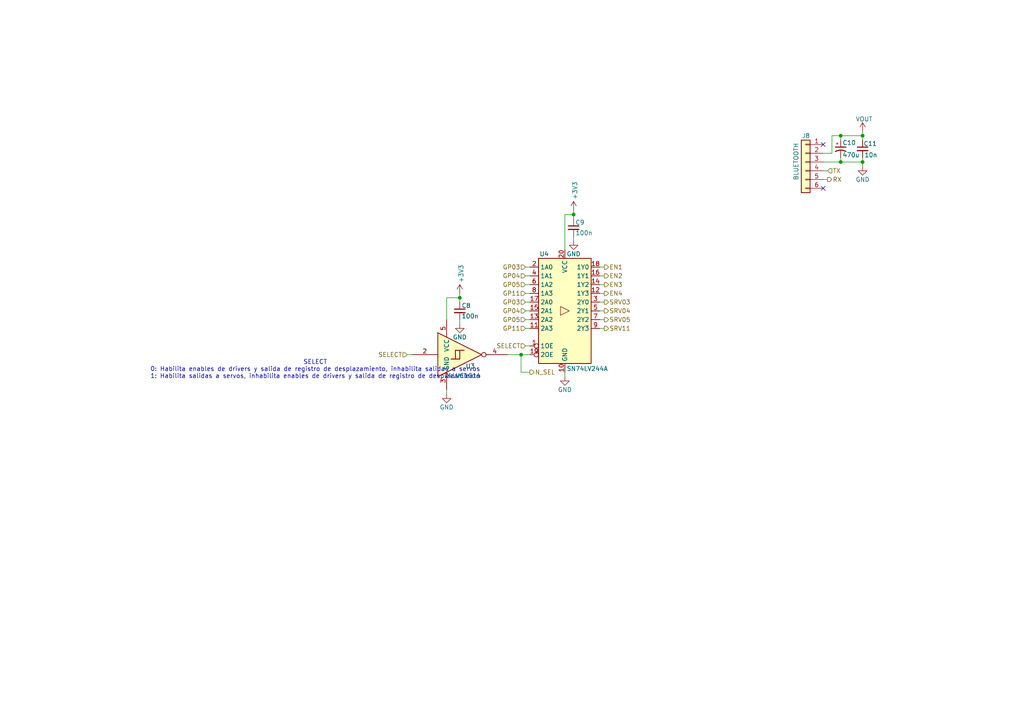
<source format=kicad_sch>
(kicad_sch (version 20231120) (generator "eeschema") (generator_version "8.0")
  (paper "A4")
  (title_block (title "Archi Bot") (date "2024-07-18") (rev "1.1"))
  (lib_symbols
    (symbol "74xGxx:74LVC1G14"
      (property "Reference" "U" (at 0 3.81 0))
      (property "Value" "74LVC1G14" (at 0 -3.81 0))
      (symbol "74LVC1G14_0_1"
        (polyline (pts (xy -7.62 6.35) (xy -7.62 -6.35) (xy 5.08 0) (xy -7.62 6.35)) (stroke (width 0.254)) (fill (type background)))
      )
      (symbol "74LVC1G14_1_1"
        (polyline (pts (xy -3.81 -1.27) (xy -1.27 -1.27) (xy -1.27 1.27)) (stroke (width 0.254)))
        (polyline (pts (xy -2.54 -1.27) (xy -2.54 1.27) (xy 0 1.27)) (stroke (width 0.254)))
        (pin no_connect line (at -7.62 5.08 180) (length 5.08) hide (name "NC") (number "1"))
        (pin input line (at -15.24 0 0) (length 7.62) (name "~") (number "2"))
        (pin power_in line (at -5.08 -10.16 90) (length 5.08) (name "GND") (number "3"))
        (pin output inverted (at 12.7 0 180) (length 7.62) (name "~") (number "4"))
        (pin power_in line (at -5.08 10.16 270) (length 5.08) (name "VCC") (number "5"))
      )
    )
    (symbol "Connector_Generic:Conn_01x06" (pin_names (offset 1.016) hide)
      (property "Reference" "J" (at 0 7.62 0))
      (property "Value" "Conn_01x06" (at 0 -10.16 0))
      (symbol "Conn_01x06_1_1"
        (rectangle (start -1.27 -7.493) (end 0 -7.747) (stroke (width 0.1524)))
        (rectangle (start -1.27 -4.953) (end 0 -5.207) (stroke (width 0.1524)))
        (rectangle (start -1.27 -2.413) (end 0 -2.667) (stroke (width 0.1524)))
        (rectangle (start -1.27 0.127) (end 0 -0.127) (stroke (width 0.1524)))
        (rectangle (start -1.27 2.667) (end 0 2.413) (stroke (width 0.1524)))
        (rectangle (start -1.27 5.207) (end 0 4.953) (stroke (width 0.1524)))
        (rectangle (start -1.27 6.35) (end 1.27 -8.89) (stroke (width 0.254)) (fill (type background)))
        (pin passive line (at -5.08 5.08 0) (length 3.81) (name "Pin_1") (number "1"))
        (pin passive line (at -5.08 2.54 0) (length 3.81) (name "Pin_2") (number "2"))
        (pin passive line (at -5.08 0 0) (length 3.81) (name "Pin_3") (number "3"))
        (pin passive line (at -5.08 -2.54 0) (length 3.81) (name "Pin_4") (number "4"))
        (pin passive line (at -5.08 -5.08 0) (length 3.81) (name "Pin_5") (number "5"))
        (pin passive line (at -5.08 -7.62 0) (length 3.81) (name "Pin_6") (number "6"))
      )
    )
    (symbol "Device:C_Polarized_Small_US" (pin_numbers hide) (pin_names (offset 0.254) hide)
      (property "Reference" "C" (at 0.254 1.778 0))
      (property "Value" "C_Polarized_Small_US" (at 0.254 -2.032 0))
      (symbol "C_Polarized_Small_US_0_1"
        (polyline (pts (xy -1.524 0.508) (xy 1.524 0.508)) (stroke (width 0.3048)))
        (polyline (pts (xy -1.27 1.524) (xy -0.762 1.524)))
        (polyline (pts (xy -1.016 1.27) (xy -1.016 1.778)))
        (arc (start 1.524 -0.762) (mid 0 -0.3734) (end -1.524 -0.762) (stroke (width 0.3048)))
      )
      (symbol "C_Polarized_Small_US_1_1"
        (pin passive line (at 0 2.54 270) (length 2.032) (name "~") (number "1"))
        (pin passive line (at 0 -2.54 90) (length 2.032) (name "~") (number "2"))
      )
    )
    (symbol "Device:C_Small" (pin_numbers hide) (pin_names (offset 0.254) hide)
      (property "Reference" "C" (at 0.254 1.778 0))
      (property "Value" "C_Small" (at 0.254 -2.032 0))
      (symbol "C_Small_0_1"
        (polyline (pts (xy -1.524 -0.508) (xy 1.524 -0.508)) (stroke (width 0.3302)))
        (polyline (pts (xy -1.524 0.508) (xy 1.524 0.508)) (stroke (width 0.3048)))
      )
      (symbol "C_Small_1_1"
        (pin passive line (at 0 2.54 270) (length 2.032) (name "~") (number "1"))
        (pin passive line (at 0 -2.54 90) (length 2.032) (name "~") (number "2"))
      )
    )
    (symbol "Newsanlib:SN74LV244ADGSR"
      (property "Reference" "U" (at -6.858 16.256 0))
      (property "Value" "SN74LV244A" (at 5.08 -16.256 0))
      (symbol "SN74LV244ADGSR_1_0"
        (polyline (pts (xy 1.27 0) (xy -1.27 1.27) (xy -1.27 -1.27) (xy 1.27 0)) (stroke (width 0.1524)))
        (pin input inverted (at -10.16 -10.16 0) (length 2.54) (name "1OE") (number "1"))
        (pin power_in line (at 0 -17.78 90) (length 2.54) (name "GND") (number "10"))
        (pin input line (at -10.16 -5.08 0) (length 2.54) (name "2A3") (number "11"))
        (pin tri_state line (at 10.16 5.08 180) (length 2.54) (name "1Y3") (number "12"))
        (pin input line (at -10.16 -2.54 0) (length 2.54) (name "2A2") (number "13"))
        (pin tri_state line (at 10.16 7.62 180) (length 2.54) (name "1Y2") (number "14"))
        (pin input line (at -10.16 0 0) (length 2.54) (name "2A1") (number "15"))
        (pin tri_state line (at 10.16 10.16 180) (length 2.54) (name "1Y1") (number "16"))
        (pin input line (at -10.16 2.54 0) (length 2.54) (name "2A0") (number "17"))
        (pin tri_state line (at 10.16 12.7 180) (length 2.54) (name "1Y0") (number "18"))
        (pin input inverted (at -10.16 -12.7 0) (length 2.54) (name "2OE") (number "19"))
        (pin input line (at -10.16 12.7 0) (length 2.54) (name "1A0") (number "2"))
        (pin power_in line (at 0 17.78 270) (length 2.54) (name "VCC") (number "20"))
        (pin tri_state line (at 10.16 2.54 180) (length 2.54) (name "2Y0") (number "3"))
        (pin input line (at -10.16 10.16 0) (length 2.54) (name "1A1") (number "4"))
        (pin tri_state line (at 10.16 0 180) (length 2.54) (name "2Y1") (number "5"))
        (pin input line (at -10.16 7.62 0) (length 2.54) (name "1A2") (number "6"))
        (pin tri_state line (at 10.16 -2.54 180) (length 2.54) (name "2Y2") (number "7"))
        (pin input line (at -10.16 5.08 0) (length 2.54) (name "1A3") (number "8"))
        (pin tri_state line (at 10.16 -5.08 180) (length 2.54) (name "2Y3") (number "9"))
      )
      (symbol "SN74LV244ADGSR_1_1"
        (rectangle (start -7.62 15.24) (end 7.62 -15.24) (stroke (width 0.254)) (fill (type background)))
      )
    )
    (symbol "power:+3V3" (power) (pin_names (offset 0))
      (property "Value" "+3V3" (at 0 3.556 0))
      (symbol "+3V3_0_1"
        (polyline (pts (xy -0.762 1.27) (xy 0 2.54)))
        (polyline (pts (xy 0 0) (xy 0 2.54)))
        (polyline (pts (xy 0 2.54) (xy 0.762 1.27)))
      )
      (symbol "+3V3_1_1"
        (pin power_in line (at 0 0 90) (length 0) hide (name "+3V3") (number "1"))
      )
    )
    (symbol "power:GND" (power) (pin_names (offset 0))
      (property "Value" "GND" (at 0 -3.81 0))
      (symbol "GND_0_1"
        (polyline (pts (xy 0 0) (xy 0 -1.27) (xy 1.27 -1.27) (xy 0 -2.54) (xy -1.27 -1.27) (xy 0 -1.27)))
      )
      (symbol "GND_1_1"
        (pin power_in line (at 0 0 270) (length 0) hide (name "GND") (number "1"))
      )
    )
    (symbol "power:VCC" (power) (pin_names (offset 0))
      (property "Value" "VCC" (at 0 3.81 0))
      (symbol "VCC_0_1"
        (polyline (pts (xy -0.762 1.27) (xy 0 2.54)))
        (polyline (pts (xy 0 0) (xy 0 2.54)))
        (polyline (pts (xy 0 2.54) (xy 0.762 1.27)))
      )
      (symbol "VCC_1_1"
        (pin power_in line (at 0 0 90) (length 0) hide (name "VCC") (number "1"))
      )
    )
  )
  (junction (at 151.13 102.87))
  (junction (at 133.35 86.36))
  (junction (at 250.19 39.37))
  (junction (at 250.19 46.99))
  (junction (at 243.84 46.99))
  (junction (at 166.37 62.23))
  (junction (at 243.84 39.37))
  (no_connect (at 238.76 54.61))
  (no_connect (at 238.76 41.91))
  (wire (pts (xy 133.35 85.09) (xy 133.35 86.36)))
  (wire (pts (xy 163.83 62.23) (xy 166.37 62.23)))
  (wire (pts (xy 173.99 87.63) (xy 175.26 87.63)))
  (wire (pts (xy 152.4 100.33) (xy 153.67 100.33)))
  (wire (pts (xy 173.99 92.71) (xy 175.26 92.71)))
  (wire (pts (xy 243.84 45.72) (xy 243.84 46.99)))
  (wire (pts (xy 243.84 46.99) (xy 250.19 46.99)))
  (wire (pts (xy 152.4 92.71) (xy 153.67 92.71)))
  (wire (pts (xy 173.99 80.01) (xy 175.26 80.01)))
  (wire (pts (xy 173.99 95.25) (xy 175.26 95.25)))
  (wire (pts (xy 151.13 102.87) (xy 153.67 102.87)))
  (wire (pts (xy 152.4 90.17) (xy 153.67 90.17)))
  (wire (pts (xy 152.4 85.09) (xy 153.67 85.09)))
  (wire (pts (xy 153.67 107.95) (xy 151.13 107.95)))
  (wire (pts (xy 166.37 62.23) (xy 166.37 63.5)))
  (wire (pts (xy 243.84 39.37) (xy 243.84 40.64)))
  (wire (pts (xy 129.54 86.36) (xy 133.35 86.36)))
  (wire (pts (xy 163.83 107.95) (xy 163.83 109.22)))
  (wire (pts (xy 129.54 92.71) (xy 129.54 86.36)))
  (wire (pts (xy 166.37 68.58) (xy 166.37 69.85)))
  (wire (pts (xy 133.35 92.71) (xy 133.35 93.98)))
  (wire (pts (xy 241.3 39.37) (xy 243.84 39.37)))
  (wire (pts (xy 243.84 39.37) (xy 250.19 39.37)))
  (wire (pts (xy 173.99 82.55) (xy 175.26 82.55)))
  (wire (pts (xy 250.19 39.37) (xy 250.19 40.64)))
  (wire (pts (xy 238.76 52.07) (xy 240.03 52.07)))
  (wire (pts (xy 173.99 90.17) (xy 175.26 90.17)))
  (wire (pts (xy 163.83 72.39) (xy 163.83 62.23)))
  (wire (pts (xy 147.32 102.87) (xy 151.13 102.87)))
  (wire (pts (xy 173.99 85.09) (xy 175.26 85.09)))
  (wire (pts (xy 238.76 44.45) (xy 241.3 44.45)))
  (wire (pts (xy 152.4 87.63) (xy 153.67 87.63)))
  (wire (pts (xy 238.76 49.53) (xy 240.03 49.53)))
  (wire (pts (xy 173.99 77.47) (xy 175.26 77.47)))
  (wire (pts (xy 241.3 44.45) (xy 241.3 39.37)))
  (wire (pts (xy 152.4 95.25) (xy 153.67 95.25)))
  (wire (pts (xy 133.35 86.36) (xy 133.35 87.63)))
  (wire (pts (xy 118.11 102.87) (xy 119.38 102.87)))
  (wire (pts (xy 152.4 80.01) (xy 153.67 80.01)))
  (wire (pts (xy 250.19 46.99) (xy 250.19 48.26)))
  (wire (pts (xy 166.37 60.96) (xy 166.37 62.23)))
  (wire (pts (xy 250.19 46.99) (xy 250.19 45.72)))
  (wire (pts (xy 152.4 77.47) (xy 153.67 77.47)))
  (wire (pts (xy 152.4 82.55) (xy 153.67 82.55)))
  (wire (pts (xy 129.54 113.03) (xy 129.54 114.3)))
  (wire (pts (xy 238.76 46.99) (xy 243.84 46.99)))
  (wire (pts (xy 250.19 38.1) (xy 250.19 39.37)))
  (wire (pts (xy 151.13 107.95) (xy 151.13 102.87)))
  (text "SELECT\n0: Habilita enables de drivers y salida de registro de desplazamiento, inhabilita salidas a servos\n1: Habilita salidas a servos, inhabilita enables de drivers y salida de registro de desplazamiento" (at 91.44 107.188 0) (effects (font (size 1.27 1.27))))
  (hierarchical_label "EN3" (shape output) (at 175.26 82.55 0))
  (hierarchical_label "GP05" (shape input) (at 152.4 92.71 180))
  (hierarchical_label "GP04" (shape input) (at 152.4 90.17 180))
  (hierarchical_label "RX" (shape output) (at 240.03 52.07 0))
  (hierarchical_label "SRV05" (shape output) (at 175.26 92.71 0))
  (hierarchical_label "SELECT" (shape input) (at 118.11 102.87 180))
  (hierarchical_label "GP11" (shape input) (at 152.4 95.25 180))
  (hierarchical_label "SELECT" (shape input) (at 152.4 100.33 180))
  (hierarchical_label "GP03" (shape input) (at 152.4 77.47 180))
  (hierarchical_label "GP11" (shape input) (at 152.4 85.09 180))
  (hierarchical_label "TX" (shape input) (at 240.03 49.53 0))
  (hierarchical_label "SRV04" (shape output) (at 175.26 90.17 0))
  (hierarchical_label "EN1" (shape output) (at 175.26 77.47 0))
  (hierarchical_label "EN4" (shape output) (at 175.26 85.09 0))
  (hierarchical_label "EN2" (shape output) (at 175.26 80.01 0))
  (hierarchical_label "GP05" (shape input) (at 152.4 82.55 180))
  (hierarchical_label "GP04" (shape input) (at 152.4 80.01 180))
  (hierarchical_label "SRV03" (shape output) (at 175.26 87.63 0))
  (hierarchical_label "GP03" (shape input) (at 152.4 87.63 180))
  (hierarchical_label "SRV11" (shape output) (at 175.26 95.25 0))
  (hierarchical_label "N_SEL" (shape output) (at 153.67 107.95 0))
  (symbol (lib_id "Newsanlib:SN74LV244ADGSR") (at 163.83 90.17 0) (unit 1)
    (property "Reference" "U4" (at 156.464 73.66 0) (effects (justify left)))
    (property "Value" "SN74LV244A" (at 164.338 106.934 0) (effects (justify left)))
    (property "Footprint" "Package_SO:SSOP-20_4.4x6.5mm_P0.65mm" (effects (hide yes)))
    (property "Datasheet" "https://www.ti.com/lit/ds/symlink/sn74lv244a.pdf" (effects (hide yes)))
    (property "Description" "Buffer, Non-Inverting 2 Element 4 Bit per Element 3-State Output 20-VSSOP" (effects (hide yes)))
    (property "PartNumber" "SN74LV244APWR" (effects (hide yes)))
    (property "PurchaseLink" "https://www.digikey.com/en/products/detail/texas-instruments/SN74LV244APWR/374707" (effects (hide yes)))
  )
  (symbol (lib_id "power:GND") (at 129.54 114.3 0) (unit 1)
    (property "Reference" "#PWR020" (effects (hide yes)))
    (property "Value" "GND" (at 129.54 118.11 0))
  )
  (symbol (lib_id "Device:C_Small") (at 166.37 66.04 0) (unit 1)
    (property "Reference" "C9" (at 166.878 64.516 0) (effects (justify left)))
    (property "Value" "100n" (at 166.878 67.564 0) (effects (justify left)))
    (property "Footprint" "Capacitor_SMD:C_0603_1608Metric_Pad1.08x0.95mm_HandSolder" (effects (hide yes)))
    (property "Datasheet" "https://mm.digikey.com/Volume0/opasdata/d220001/medias/docus/609/CL10B104KB8NNNC_Spec.pdf" (effects (hide yes)))
    (property "Description" "Unpolarized capacitor, small symbol" (effects (hide yes)))
    (property "PartNumber" "CL10B104KB8NNNC" (effects (hide yes)))
    (property "PurchaseLink" "https://www.digikey.com/short/0f3djmh4" (effects (hide yes)))
  )
  (symbol (lib_id "Connector_Generic:Conn_01x06") (at 233.68 46.99 0) (mirror y) (unit 1)
    (property "Reference" "J8" (at 234.95 39.37 0) (effects (justify left)))
    (property "Value" "BLUETOOTH" (at 230.886 52.324 90) (effects (justify left)))
    (property "Footprint" "Connector_PinHeader_2.54mm:PinHeader_1x06_P2.54mm_Vertical" (effects (hide yes)))
    (property "Description" "Generic connector, single row, 01x06, script generated (kicad-library-utils/schlib/autogen/connector/)" (effects (hide yes)))
  )
  (symbol (lib_id "power:GND") (at 163.83 109.22 0) (unit 1)
    (property "Reference" "#PWR023" (effects (hide yes)))
    (property "Value" "GND" (at 163.83 113.03 0))
  )
  (symbol (lib_id "74xGxx:74LVC1G14") (at 134.62 102.87 0) (unit 1)
    (property "Reference" "U3" (at 136.398 106.172 0))
    (property "Value" "74LVC1G14" (at 134.112 108.966 0))
    (property "Footprint" "Package_TO_SOT_SMD:SOT-553" (effects (hide yes)))
    (property "Datasheet" "https://www.diodes.com/assets/Datasheets/74LVC1G14.pdf" (effects (hide yes)))
    (property "Description" "Single Schmitt NOT Gate, Low-Voltage CMOS" (effects (hide yes)))
    (property "PartNumber" "74LVC1G14Z-7" (effects (hide yes)))
    (property "PurchaseLink" "https://www.digikey.com/short/hzhpb2tz" (effects (hide yes)))
  )
  (symbol (lib_id "power:GND") (at 250.19 48.26 0) (unit 1)
    (property "Reference" "#PWR027" (effects (hide yes)))
    (property "Value" "GND" (at 250.19 52.07 0))
  )
  (symbol (lib_id "power:GND") (at 133.35 93.98 0) (unit 1)
    (property "Reference" "#PWR022" (effects (hide yes)))
    (property "Value" "GND" (at 133.35 97.79 0))
  )
  (symbol (lib_id "power:+3V3") (at 133.35 85.09 0) (unit 1)
    (property "Reference" "#PWR021" (effects (hide yes)))
    (property "Value" "+3V3" (at 133.731 82.042 90) (effects (justify left)))
  )
  (symbol (lib_id "power:GND") (at 166.37 69.85 0) (unit 1)
    (property "Reference" "#PWR025" (effects (hide yes)))
    (property "Value" "GND" (at 166.37 73.66 0))
  )
  (symbol (lib_id "power:VCC") (at 250.19 38.1 0) (unit 1)
    (property "Reference" "#PWR067" (effects (hide yes)))
    (property "Value" "VOUT" (at 248.158 34.544 0) (effects (justify left)))
  )
  (symbol (lib_id "Device:C_Small") (at 133.35 90.17 0) (unit 1)
    (property "Reference" "C8" (at 133.858 88.646 0) (effects (justify left)))
    (property "Value" "100n" (at 133.858 91.694 0) (effects (justify left)))
    (property "Footprint" "Capacitor_SMD:C_0603_1608Metric_Pad1.08x0.95mm_HandSolder" (effects (hide yes)))
    (property "Datasheet" "https://mm.digikey.com/Volume0/opasdata/d220001/medias/docus/609/CL10B104KB8NNNC_Spec.pdf" (effects (hide yes)))
    (property "Description" "Unpolarized capacitor, small symbol" (effects (hide yes)))
    (property "PartNumber" "CL10B104KB8NNNC" (effects (hide yes)))
    (property "PurchaseLink" "https://www.digikey.com/short/0f3djmh4" (effects (hide yes)))
  )
  (symbol (lib_id "Device:C_Small") (at 250.19 43.18 0) (unit 1)
    (property "Reference" "C11" (at 250.444 41.656 0) (effects (justify left)))
    (property "Value" "10n" (at 250.698 44.958 0) (effects (justify left)))
    (property "Footprint" "Capacitor_SMD:C_0603_1608Metric_Pad1.08x0.95mm_HandSolder" (effects (hide yes)))
    (property "Datasheet" "https://search.murata.co.jp/Ceramy/image/img/A01X/G101/ENG/GCM188R72A103KA37-01.pdf" (effects (hide yes)))
    (property "Description" "Unpolarized capacitor, small symbol" (effects (hide yes)))
    (property "PartNumber" "GCM188R72A103KA37D" (effects (hide yes)))
    (property "PurchaseLink" "https://www.digikey.com/en/products/detail/murata-electronics/GCM188R72A103KA37D/1641655" (effects (hide yes)))
  )
  (symbol (lib_id "Device:C_Polarized_Small_US") (at 243.84 43.18 0) (unit 1)
    (property "Reference" "C10" (at 244.348 41.402 0) (effects (justify left)))
    (property "Value" "470u" (at 244.348 44.958 0) (effects (justify left)))
    (property "Footprint" "Capacitor_SMD:CP_Elec_10x10" (effects (hide yes)))
    (property "Datasheet" "https://industrial.panasonic.com/cdbs/www-data/pdf/RDD0000/ABA0000C1229.pdf" (effects (hide yes)))
    (property "Description" "Polarized capacitor, small US symbol" (effects (hide yes)))
    (property "PartNumber" "EEH-ZK1E471P" (effects (hide yes)))
    (property "PurchaseLink" "https://www.digikey.com/short/2rmqvq52" (effects (hide yes)))
  )
  (symbol (lib_id "power:+3V3") (at 166.37 60.96 0) (unit 1)
    (property "Reference" "#PWR024" (effects (hide yes)))
    (property "Value" "+3V3" (at 166.751 57.912 90) (effects (justify left)))
  )
)
</source>
